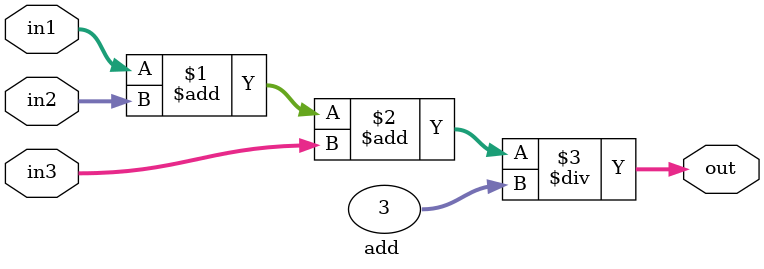
<source format=v>
module add(

	input 			[31:0] in1,
	input 			[31:0] in2,
	input 			[31:0] in3,
	output 			[31:0] out

);


assign out = (in1 + in2 + in3) / 3;

endmodule

</source>
